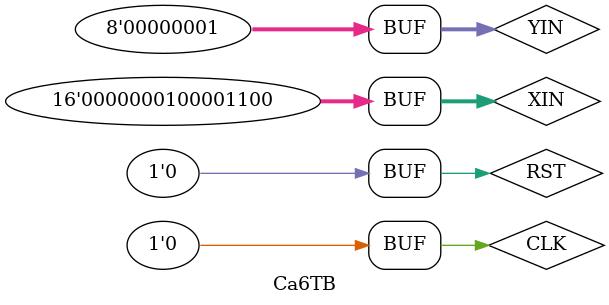
<source format=v>
`timescale 1ns/1ns

module Ca6TB();
    reg CLK = 0;
    reg RST = 0;
    reg[15:0] XIN = 16'b0000000100001100;
    reg[7:0] YIN = 8'b0000001;
    wire [15:0] COSX;
    all UUT1(.clk(CLK), .rst(RST), .x(XIN), .y(YIN), .out(COSX));
    initial repeat(100) #1000 CLK = ~CLK;
endmodule//0000000110010010

</source>
